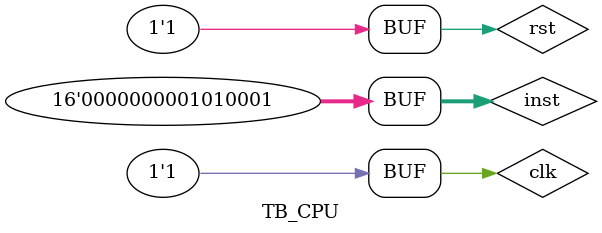
<source format=v>
`timescale 1ns / 1ps


module TB_CPU;

	// Inputs
	reg [15:0] inst;
	reg rst;
	reg clk;
	// Outputs
	wire [15:0] result;

	// Instantiate the Unit Under Test (UUT)
	CPU uut (
		.result(result), 
		.inst(inst), 
		.rst(rst), 
		.clk(clk)
	);

	initial begin
		// Initialize Inputs
		$monitor  ("%d ns:   inst=%16'b   rst=%1'b   clk=%1'b result=%16'b",$time,inst,rst,clk,result);
		inst = 0;
		rst = 0;
		clk = 0;

		// Wait 100 ns for global reset to finish
		#100;
       #100 clk = 1; rst = 0; 
		
		#100 clk = 0; rst = 1; 
		#100 clk = 1;inst = 16'b1111000000001010;//load
		#100 clk = 0;
		#100 clk = 1;
		#100 clk = 0;
		#100 clk = 1;
	   
		#100 clk = 0; rst = 1; inst = 16'b1111000100001111;//load
      #100 clk = 1; rst = 1; inst = 16'b1111000100001111;//load
		#100 clk = 0;
		#100 clk = 1;
		#100 clk = 0;
		#100 clk = 1; 
		
		#100 clk = 0; rst = 1; inst = 16'b0000000001010001;	//sum
		 #100 clk = 1; rst = 1; inst = 16'b0000000001010001;
#100 clk = 0;
		#100 clk = 1;

/*
		 #100 clk = 0; rst = 1; inst = 16'b0101000001010001;	//sumi
		 #100 clk = 1; rst = 1; inst = 16'b0101000001010001;
		 #100 clk = 0;
		#100 clk = 1;
		 
		 #100 clk = 1; rst = 1; inst = 16'b1001000001010001;	//subi
		 #100 clk = 0; rst = 1; inst = 16'b1001000001010001;

		 #100 clk = 1; rst = 1; inst = 16'b1011000001010001;	//cmpi
		 #100 clk = 0; rst = 1; inst = 16'b1011000001010001;

		 #100 clk = 1; rst = 1; inst = 16'b0001000001010001;	//andi
		 #100 clk = 0; rst = 1; inst = 16'b0001000001010001;

		 #100 clk = 1; rst = 1; inst = 16'b0010000001010001;	//ori
		 #100 clk = 0; rst = 1; inst = 16'b0010000001010001;
		 
		 #100 clk = 0; rst = 1; inst = 16'b0011000001010001;	//xori
		 #100 clk = 1; rst = 1; inst = 16'b0011000001010001;

			 #100 clk = 1; rst = 1; inst = 16'b1101000001010001;	//movi
		 #100 clk = 0; rst = 1; inst = 16'b1101000001010001;

		#100 clk = 0;
		#100 clk = 1;*/ 
		//#100 clk = 0;
		//#100 clk = 1; 
	end
      
endmodule


</source>
